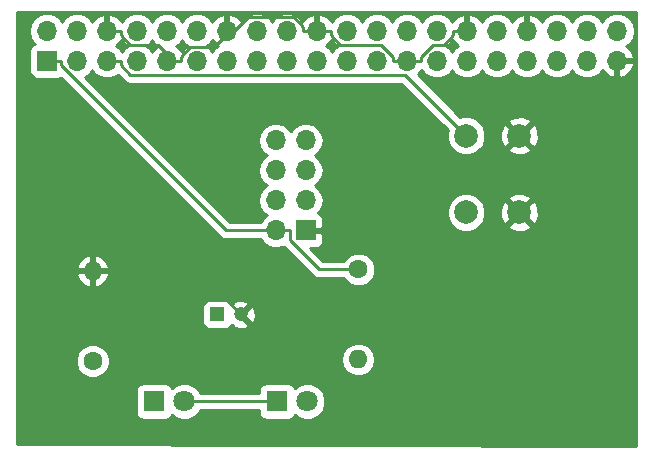
<source format=gtl>
G04 #@! TF.GenerationSoftware,KiCad,Pcbnew,5.0.2+dfsg1-1~bpo9+1*
G04 #@! TF.CreationDate,2020-08-17T13:34:05+01:00*
G04 #@! TF.ProjectId,nrf24l01-rpi,6e726632-346c-4303-912d-7270692e6b69,rev?*
G04 #@! TF.SameCoordinates,Original*
G04 #@! TF.FileFunction,Copper,L1,Top*
G04 #@! TF.FilePolarity,Positive*
%FSLAX46Y46*%
G04 Gerber Fmt 4.6, Leading zero omitted, Abs format (unit mm)*
G04 Created by KiCad (PCBNEW 5.0.2+dfsg1-1~bpo9+1) date Mon 17 Aug 2020 13:34:05 IST*
%MOMM*%
%LPD*%
G01*
G04 APERTURE LIST*
G04 #@! TA.AperFunction,ComponentPad*
%ADD10C,2.000000*%
G04 #@! TD*
G04 #@! TA.AperFunction,ComponentPad*
%ADD11R,1.200000X1.200000*%
G04 #@! TD*
G04 #@! TA.AperFunction,ComponentPad*
%ADD12C,1.200000*%
G04 #@! TD*
G04 #@! TA.AperFunction,ComponentPad*
%ADD13R,1.700000X1.700000*%
G04 #@! TD*
G04 #@! TA.AperFunction,ComponentPad*
%ADD14O,1.700000X1.700000*%
G04 #@! TD*
G04 #@! TA.AperFunction,ComponentPad*
%ADD15C,1.800000*%
G04 #@! TD*
G04 #@! TA.AperFunction,ComponentPad*
%ADD16R,1.800000X1.800000*%
G04 #@! TD*
G04 #@! TA.AperFunction,ComponentPad*
%ADD17O,1.600000X1.600000*%
G04 #@! TD*
G04 #@! TA.AperFunction,ComponentPad*
%ADD18C,1.600000*%
G04 #@! TD*
G04 #@! TA.AperFunction,Conductor*
%ADD19C,0.250000*%
G04 #@! TD*
G04 #@! TA.AperFunction,Conductor*
%ADD20C,0.254000*%
G04 #@! TD*
G04 APERTURE END LIST*
D10*
G04 #@! TO.P,SW1,2*
G04 #@! TO.N,GND*
X116006000Y-95504000D03*
G04 #@! TO.P,SW1,1*
G04 #@! TO.N,/GPIO3*
X111506000Y-95504000D03*
G04 #@! TO.P,SW1,2*
G04 #@! TO.N,GND*
X116006000Y-89004000D03*
G04 #@! TO.P,SW1,1*
G04 #@! TO.N,/GPIO3*
X111506000Y-89004000D03*
G04 #@! TD*
D11*
G04 #@! TO.P,C1,1*
G04 #@! TO.N,+3V3*
X90424000Y-104140000D03*
D12*
G04 #@! TO.P,C1,2*
G04 #@! TO.N,GND*
X92424000Y-104140000D03*
G04 #@! TD*
D13*
G04 #@! TO.P,J2,1*
G04 #@! TO.N,GND*
X97917000Y-97028000D03*
D14*
G04 #@! TO.P,J2,2*
G04 #@! TO.N,+3V3*
X95377000Y-97028000D03*
G04 #@! TO.P,J2,3*
G04 #@! TO.N,/SPI_1*
X97917000Y-94488000D03*
G04 #@! TO.P,J2,4*
G04 #@! TO.N,/SPI_0*
X95377000Y-94488000D03*
G04 #@! TO.P,J2,5*
G04 #@! TO.N,/SCLK*
X97917000Y-91948000D03*
G04 #@! TO.P,J2,6*
G04 #@! TO.N,/MOSI*
X95377000Y-91948000D03*
G04 #@! TO.P,J2,7*
G04 #@! TO.N,/MISO*
X97917000Y-89408000D03*
G04 #@! TO.P,J2,8*
G04 #@! TO.N,Net-(J2-Pad8)*
X95377000Y-89408000D03*
G04 #@! TD*
D13*
G04 #@! TO.P,J1,1*
G04 #@! TO.N,+3V3*
X76015600Y-82666900D03*
D14*
G04 #@! TO.P,J1,2*
G04 #@! TO.N,Net-(J1-Pad2)*
X76015600Y-80126900D03*
G04 #@! TO.P,J1,3*
G04 #@! TO.N,Net-(J1-Pad3)*
X78555600Y-82666900D03*
G04 #@! TO.P,J1,4*
G04 #@! TO.N,Net-(J1-Pad4)*
X78555600Y-80126900D03*
G04 #@! TO.P,J1,5*
G04 #@! TO.N,/GPIO3*
X81095600Y-82666900D03*
G04 #@! TO.P,J1,6*
G04 #@! TO.N,GND*
X81095600Y-80126900D03*
G04 #@! TO.P,J1,7*
G04 #@! TO.N,/GPIO4*
X83635600Y-82666900D03*
G04 #@! TO.P,J1,8*
G04 #@! TO.N,Net-(J1-Pad8)*
X83635600Y-80126900D03*
G04 #@! TO.P,J1,9*
G04 #@! TO.N,GND*
X86175600Y-82666900D03*
G04 #@! TO.P,J1,10*
G04 #@! TO.N,Net-(J1-Pad10)*
X86175600Y-80126900D03*
G04 #@! TO.P,J1,11*
G04 #@! TO.N,Net-(J1-Pad11)*
X88715600Y-82666900D03*
G04 #@! TO.P,J1,12*
G04 #@! TO.N,Net-(J1-Pad12)*
X88715600Y-80126900D03*
G04 #@! TO.P,J1,13*
G04 #@! TO.N,Net-(J1-Pad13)*
X91255600Y-82666900D03*
G04 #@! TO.P,J1,14*
G04 #@! TO.N,GND*
X91255600Y-80126900D03*
G04 #@! TO.P,J1,15*
G04 #@! TO.N,Net-(J1-Pad15)*
X93795600Y-82666900D03*
G04 #@! TO.P,J1,16*
G04 #@! TO.N,Net-(J1-Pad16)*
X93795600Y-80126900D03*
G04 #@! TO.P,J1,17*
G04 #@! TO.N,Net-(J1-Pad17)*
X96335600Y-82666900D03*
G04 #@! TO.P,J1,18*
G04 #@! TO.N,Net-(J1-Pad18)*
X96335600Y-80126900D03*
G04 #@! TO.P,J1,19*
G04 #@! TO.N,/MOSI*
X98875600Y-82666900D03*
G04 #@! TO.P,J1,20*
G04 #@! TO.N,GND*
X98875600Y-80126900D03*
G04 #@! TO.P,J1,21*
G04 #@! TO.N,/MISO*
X101415600Y-82666900D03*
G04 #@! TO.P,J1,22*
G04 #@! TO.N,Net-(J1-Pad22)*
X101415600Y-80126900D03*
G04 #@! TO.P,J1,23*
G04 #@! TO.N,/SCLK*
X103955600Y-82666900D03*
G04 #@! TO.P,J1,24*
G04 #@! TO.N,/SPI_0*
X103955600Y-80126900D03*
G04 #@! TO.P,J1,25*
G04 #@! TO.N,GND*
X106495600Y-82666900D03*
G04 #@! TO.P,J1,26*
G04 #@! TO.N,/SPI_1*
X106495600Y-80126900D03*
G04 #@! TO.P,J1,27*
G04 #@! TO.N,Net-(J1-Pad27)*
X109035600Y-82666900D03*
G04 #@! TO.P,J1,28*
G04 #@! TO.N,Net-(J1-Pad28)*
X109035600Y-80126900D03*
G04 #@! TO.P,J1,29*
G04 #@! TO.N,Net-(J1-Pad29)*
X111575600Y-82666900D03*
G04 #@! TO.P,J1,30*
G04 #@! TO.N,GND*
X111575600Y-80126900D03*
G04 #@! TO.P,J1,31*
G04 #@! TO.N,Net-(J1-Pad31)*
X114115600Y-82666900D03*
G04 #@! TO.P,J1,32*
G04 #@! TO.N,Net-(J1-Pad32)*
X114115600Y-80126900D03*
G04 #@! TO.P,J1,33*
G04 #@! TO.N,Net-(J1-Pad33)*
X116655600Y-82666900D03*
G04 #@! TO.P,J1,34*
G04 #@! TO.N,GND*
X116655600Y-80126900D03*
G04 #@! TO.P,J1,35*
G04 #@! TO.N,Net-(J1-Pad35)*
X119195600Y-82666900D03*
G04 #@! TO.P,J1,36*
G04 #@! TO.N,Net-(J1-Pad36)*
X119195600Y-80126900D03*
G04 #@! TO.P,J1,37*
G04 #@! TO.N,Net-(J1-Pad37)*
X121735600Y-82666900D03*
G04 #@! TO.P,J1,38*
G04 #@! TO.N,Net-(J1-Pad38)*
X121735600Y-80126900D03*
G04 #@! TO.P,J1,39*
G04 #@! TO.N,GND*
X124275600Y-82666900D03*
G04 #@! TO.P,J1,40*
G04 #@! TO.N,Net-(J1-Pad40)*
X124275600Y-80126900D03*
G04 #@! TD*
D15*
G04 #@! TO.P,D2,2*
G04 #@! TO.N,/GPIO4*
X87630000Y-111506000D03*
D16*
G04 #@! TO.P,D2,1*
G04 #@! TO.N,Net-(D2-Pad1)*
X85090000Y-111506000D03*
G04 #@! TD*
G04 #@! TO.P,D1,1*
G04 #@! TO.N,/GPIO4*
X95504000Y-111506000D03*
D15*
G04 #@! TO.P,D1,2*
G04 #@! TO.N,Net-(D1-Pad2)*
X98044000Y-111506000D03*
G04 #@! TD*
D17*
G04 #@! TO.P,R2,2*
G04 #@! TO.N,GND*
X79883000Y-100457000D03*
D18*
G04 #@! TO.P,R2,1*
G04 #@! TO.N,Net-(D2-Pad1)*
X79883000Y-108077000D03*
G04 #@! TD*
G04 #@! TO.P,R1,1*
G04 #@! TO.N,+3V3*
X102362000Y-100330000D03*
D17*
G04 #@! TO.P,R1,2*
G04 #@! TO.N,Net-(D1-Pad2)*
X102362000Y-107950000D03*
G04 #@! TD*
D19*
G04 #@! TO.N,+3V3*
X95377000Y-97028000D02*
X96552300Y-97028000D01*
X102362000Y-100330000D02*
X99046300Y-100330000D01*
X99046300Y-100330000D02*
X96552300Y-97836000D01*
X96552300Y-97836000D02*
X96552300Y-97028000D01*
X76015600Y-82666900D02*
X77190900Y-82666900D01*
X95377000Y-97028000D02*
X91184700Y-97028000D01*
X91184700Y-97028000D02*
X77190900Y-83034200D01*
X77190900Y-83034200D02*
X77190900Y-82666900D01*
G04 #@! TO.N,GND*
X98875600Y-80126900D02*
X100050900Y-80126900D01*
X106495600Y-82666900D02*
X105320300Y-82666900D01*
X105320300Y-82666900D02*
X105320300Y-82299500D01*
X105320300Y-82299500D02*
X104323000Y-81302200D01*
X104323000Y-81302200D02*
X100858800Y-81302200D01*
X100858800Y-81302200D02*
X100050900Y-80494300D01*
X100050900Y-80494300D02*
X100050900Y-80126900D01*
X107083300Y-82666900D02*
X106495600Y-82666900D01*
X107083300Y-82666900D02*
X107670900Y-82666900D01*
X111575600Y-80126900D02*
X110400300Y-80126900D01*
X107670900Y-82666900D02*
X107670900Y-82299500D01*
X107670900Y-82299500D02*
X108668200Y-81302200D01*
X108668200Y-81302200D02*
X109592400Y-81302200D01*
X109592400Y-81302200D02*
X110400300Y-80494300D01*
X110400300Y-80494300D02*
X110400300Y-80126900D01*
X81095600Y-80126900D02*
X82270900Y-80126900D01*
X86763300Y-82666900D02*
X85398600Y-81302200D01*
X85398600Y-81302200D02*
X83078800Y-81302200D01*
X83078800Y-81302200D02*
X82270900Y-80494300D01*
X82270900Y-80494300D02*
X82270900Y-80126900D01*
X86763300Y-82666900D02*
X87350900Y-82666900D01*
X86175600Y-82666900D02*
X86763300Y-82666900D01*
X91549500Y-80126900D02*
X90184800Y-81491600D01*
X90184800Y-81491600D02*
X88158800Y-81491600D01*
X88158800Y-81491600D02*
X87350900Y-82299500D01*
X87350900Y-82299500D02*
X87350900Y-82666900D01*
X91549500Y-80126900D02*
X91843300Y-80126900D01*
X91255600Y-80126900D02*
X91549500Y-80126900D01*
X98875600Y-80126900D02*
X97700300Y-80126900D01*
X97700300Y-80126900D02*
X97700300Y-79759600D01*
X97700300Y-79759600D02*
X96887000Y-78946300D01*
X96887000Y-78946300D02*
X93023900Y-78946300D01*
X93023900Y-78946300D02*
X91843300Y-80126900D01*
X79883000Y-100457000D02*
X88741000Y-100457000D01*
X88741000Y-100457000D02*
X92424000Y-104140000D01*
G04 #@! TO.N,/GPIO4*
X95504000Y-111506000D02*
X87630000Y-111506000D01*
G04 #@! TO.N,/GPIO3*
X81095600Y-82666900D02*
X82270900Y-82666900D01*
X82270900Y-82666900D02*
X82270900Y-83034300D01*
X82270900Y-83034300D02*
X83078800Y-83842200D01*
X83078800Y-83842200D02*
X106344200Y-83842200D01*
X106344200Y-83842200D02*
X111506000Y-89004000D01*
G04 #@! TD*
D20*
G04 #@! TO.N,GND*
G36*
X125909001Y-115239324D02*
X73481000Y-115115673D01*
X73481000Y-110606000D01*
X83542560Y-110606000D01*
X83542560Y-112406000D01*
X83591843Y-112653765D01*
X83732191Y-112863809D01*
X83942235Y-113004157D01*
X84190000Y-113053440D01*
X85990000Y-113053440D01*
X86237765Y-113004157D01*
X86447809Y-112863809D01*
X86588157Y-112653765D01*
X86591275Y-112638092D01*
X86760493Y-112807310D01*
X87324670Y-113041000D01*
X87935330Y-113041000D01*
X88499507Y-112807310D01*
X88931310Y-112375507D01*
X88976669Y-112266000D01*
X93956560Y-112266000D01*
X93956560Y-112406000D01*
X94005843Y-112653765D01*
X94146191Y-112863809D01*
X94356235Y-113004157D01*
X94604000Y-113053440D01*
X96404000Y-113053440D01*
X96651765Y-113004157D01*
X96861809Y-112863809D01*
X97002157Y-112653765D01*
X97005275Y-112638092D01*
X97174493Y-112807310D01*
X97738670Y-113041000D01*
X98349330Y-113041000D01*
X98913507Y-112807310D01*
X99345310Y-112375507D01*
X99579000Y-111811330D01*
X99579000Y-111200670D01*
X99345310Y-110636493D01*
X98913507Y-110204690D01*
X98349330Y-109971000D01*
X97738670Y-109971000D01*
X97174493Y-110204690D01*
X97005275Y-110373908D01*
X97002157Y-110358235D01*
X96861809Y-110148191D01*
X96651765Y-110007843D01*
X96404000Y-109958560D01*
X94604000Y-109958560D01*
X94356235Y-110007843D01*
X94146191Y-110148191D01*
X94005843Y-110358235D01*
X93956560Y-110606000D01*
X93956560Y-110746000D01*
X88976669Y-110746000D01*
X88931310Y-110636493D01*
X88499507Y-110204690D01*
X87935330Y-109971000D01*
X87324670Y-109971000D01*
X86760493Y-110204690D01*
X86591275Y-110373908D01*
X86588157Y-110358235D01*
X86447809Y-110148191D01*
X86237765Y-110007843D01*
X85990000Y-109958560D01*
X84190000Y-109958560D01*
X83942235Y-110007843D01*
X83732191Y-110148191D01*
X83591843Y-110358235D01*
X83542560Y-110606000D01*
X73481000Y-110606000D01*
X73481000Y-107791561D01*
X78448000Y-107791561D01*
X78448000Y-108362439D01*
X78666466Y-108889862D01*
X79070138Y-109293534D01*
X79597561Y-109512000D01*
X80168439Y-109512000D01*
X80695862Y-109293534D01*
X81099534Y-108889862D01*
X81318000Y-108362439D01*
X81318000Y-107950000D01*
X100898887Y-107950000D01*
X101010260Y-108509909D01*
X101327423Y-108984577D01*
X101802091Y-109301740D01*
X102220667Y-109385000D01*
X102503333Y-109385000D01*
X102921909Y-109301740D01*
X103396577Y-108984577D01*
X103713740Y-108509909D01*
X103825113Y-107950000D01*
X103713740Y-107390091D01*
X103396577Y-106915423D01*
X102921909Y-106598260D01*
X102503333Y-106515000D01*
X102220667Y-106515000D01*
X101802091Y-106598260D01*
X101327423Y-106915423D01*
X101010260Y-107390091D01*
X100898887Y-107950000D01*
X81318000Y-107950000D01*
X81318000Y-107791561D01*
X81099534Y-107264138D01*
X80695862Y-106860466D01*
X80168439Y-106642000D01*
X79597561Y-106642000D01*
X79070138Y-106860466D01*
X78666466Y-107264138D01*
X78448000Y-107791561D01*
X73481000Y-107791561D01*
X73481000Y-103540000D01*
X89176560Y-103540000D01*
X89176560Y-104740000D01*
X89225843Y-104987765D01*
X89366191Y-105197809D01*
X89576235Y-105338157D01*
X89824000Y-105387440D01*
X91024000Y-105387440D01*
X91271765Y-105338157D01*
X91481809Y-105197809D01*
X91571030Y-105064282D01*
X91625178Y-105118430D01*
X91740871Y-105002737D01*
X91790383Y-105228164D01*
X92255036Y-105387807D01*
X92745413Y-105357482D01*
X93057617Y-105228164D01*
X93107130Y-105002735D01*
X92424000Y-104319605D01*
X92409858Y-104333748D01*
X92230253Y-104154143D01*
X92244395Y-104140000D01*
X92603605Y-104140000D01*
X93286735Y-104823130D01*
X93512164Y-104773617D01*
X93671807Y-104308964D01*
X93641482Y-103818587D01*
X93512164Y-103506383D01*
X93286735Y-103456870D01*
X92603605Y-104140000D01*
X92244395Y-104140000D01*
X92230253Y-104125858D01*
X92409858Y-103946253D01*
X92424000Y-103960395D01*
X93107130Y-103277265D01*
X93057617Y-103051836D01*
X92592964Y-102892193D01*
X92102587Y-102922518D01*
X91790383Y-103051836D01*
X91740871Y-103277263D01*
X91625178Y-103161570D01*
X91571030Y-103215718D01*
X91481809Y-103082191D01*
X91271765Y-102941843D01*
X91024000Y-102892560D01*
X89824000Y-102892560D01*
X89576235Y-102941843D01*
X89366191Y-103082191D01*
X89225843Y-103292235D01*
X89176560Y-103540000D01*
X73481000Y-103540000D01*
X73481000Y-100806041D01*
X78491086Y-100806041D01*
X78730611Y-101312134D01*
X79145577Y-101688041D01*
X79533961Y-101848904D01*
X79756000Y-101726915D01*
X79756000Y-100584000D01*
X80010000Y-100584000D01*
X80010000Y-101726915D01*
X80232039Y-101848904D01*
X80620423Y-101688041D01*
X81035389Y-101312134D01*
X81274914Y-100806041D01*
X81153629Y-100584000D01*
X80010000Y-100584000D01*
X79756000Y-100584000D01*
X78612371Y-100584000D01*
X78491086Y-100806041D01*
X73481000Y-100806041D01*
X73481000Y-100107959D01*
X78491086Y-100107959D01*
X78612371Y-100330000D01*
X79756000Y-100330000D01*
X79756000Y-99187085D01*
X80010000Y-99187085D01*
X80010000Y-100330000D01*
X81153629Y-100330000D01*
X81274914Y-100107959D01*
X81035389Y-99601866D01*
X80620423Y-99225959D01*
X80232039Y-99065096D01*
X80010000Y-99187085D01*
X79756000Y-99187085D01*
X79533961Y-99065096D01*
X79145577Y-99225959D01*
X78730611Y-99601866D01*
X78491086Y-100107959D01*
X73481000Y-100107959D01*
X73481000Y-80126900D01*
X74501508Y-80126900D01*
X74616761Y-80706318D01*
X74944975Y-81197525D01*
X74963219Y-81209716D01*
X74917835Y-81218743D01*
X74707791Y-81359091D01*
X74567443Y-81569135D01*
X74518160Y-81816900D01*
X74518160Y-83516900D01*
X74567443Y-83764665D01*
X74707791Y-83974709D01*
X74917835Y-84115057D01*
X75165600Y-84164340D01*
X76865600Y-84164340D01*
X77113365Y-84115057D01*
X77163474Y-84081575D01*
X90594371Y-97512473D01*
X90636771Y-97575929D01*
X90700227Y-97618329D01*
X90888162Y-97743904D01*
X90936305Y-97753480D01*
X91109848Y-97788000D01*
X91109852Y-97788000D01*
X91184700Y-97802888D01*
X91259548Y-97788000D01*
X94098822Y-97788000D01*
X94306375Y-98098625D01*
X94797582Y-98426839D01*
X95230744Y-98513000D01*
X95523256Y-98513000D01*
X95956418Y-98426839D01*
X96012504Y-98389363D01*
X96067830Y-98426331D01*
X98455971Y-100814473D01*
X98498371Y-100877929D01*
X98749763Y-101045904D01*
X98971448Y-101090000D01*
X98971452Y-101090000D01*
X99046300Y-101104888D01*
X99121148Y-101090000D01*
X101123570Y-101090000D01*
X101145466Y-101142862D01*
X101549138Y-101546534D01*
X102076561Y-101765000D01*
X102647439Y-101765000D01*
X103174862Y-101546534D01*
X103578534Y-101142862D01*
X103797000Y-100615439D01*
X103797000Y-100044561D01*
X103578534Y-99517138D01*
X103174862Y-99113466D01*
X102647439Y-98895000D01*
X102076561Y-98895000D01*
X101549138Y-99113466D01*
X101145466Y-99517138D01*
X101123570Y-99570000D01*
X99361102Y-99570000D01*
X98304101Y-98513000D01*
X98893309Y-98513000D01*
X99126698Y-98416327D01*
X99305327Y-98237699D01*
X99402000Y-98004310D01*
X99402000Y-97313750D01*
X99243250Y-97155000D01*
X98044000Y-97155000D01*
X98044000Y-97175000D01*
X97790000Y-97175000D01*
X97790000Y-97155000D01*
X97770000Y-97155000D01*
X97770000Y-96901000D01*
X97790000Y-96901000D01*
X97790000Y-96881000D01*
X98044000Y-96881000D01*
X98044000Y-96901000D01*
X99243250Y-96901000D01*
X99402000Y-96742250D01*
X99402000Y-96051690D01*
X99305327Y-95818301D01*
X99126698Y-95639673D01*
X98965967Y-95573096D01*
X98987625Y-95558625D01*
X99241430Y-95178778D01*
X109871000Y-95178778D01*
X109871000Y-95829222D01*
X110119914Y-96430153D01*
X110579847Y-96890086D01*
X111180778Y-97139000D01*
X111831222Y-97139000D01*
X112432153Y-96890086D01*
X112665707Y-96656532D01*
X115033073Y-96656532D01*
X115131736Y-96923387D01*
X115741461Y-97149908D01*
X116391460Y-97125856D01*
X116880264Y-96923387D01*
X116978927Y-96656532D01*
X116006000Y-95683605D01*
X115033073Y-96656532D01*
X112665707Y-96656532D01*
X112892086Y-96430153D01*
X113141000Y-95829222D01*
X113141000Y-95239461D01*
X114360092Y-95239461D01*
X114384144Y-95889460D01*
X114586613Y-96378264D01*
X114853468Y-96476927D01*
X115826395Y-95504000D01*
X116185605Y-95504000D01*
X117158532Y-96476927D01*
X117425387Y-96378264D01*
X117651908Y-95768539D01*
X117627856Y-95118540D01*
X117425387Y-94629736D01*
X117158532Y-94531073D01*
X116185605Y-95504000D01*
X115826395Y-95504000D01*
X114853468Y-94531073D01*
X114586613Y-94629736D01*
X114360092Y-95239461D01*
X113141000Y-95239461D01*
X113141000Y-95178778D01*
X112892086Y-94577847D01*
X112665707Y-94351468D01*
X115033073Y-94351468D01*
X116006000Y-95324395D01*
X116978927Y-94351468D01*
X116880264Y-94084613D01*
X116270539Y-93858092D01*
X115620540Y-93882144D01*
X115131736Y-94084613D01*
X115033073Y-94351468D01*
X112665707Y-94351468D01*
X112432153Y-94117914D01*
X111831222Y-93869000D01*
X111180778Y-93869000D01*
X110579847Y-94117914D01*
X110119914Y-94577847D01*
X109871000Y-95178778D01*
X99241430Y-95178778D01*
X99315839Y-95067418D01*
X99431092Y-94488000D01*
X99315839Y-93908582D01*
X98987625Y-93417375D01*
X98689239Y-93218000D01*
X98987625Y-93018625D01*
X99315839Y-92527418D01*
X99431092Y-91948000D01*
X99315839Y-91368582D01*
X98987625Y-90877375D01*
X98689239Y-90678000D01*
X98987625Y-90478625D01*
X99315839Y-89987418D01*
X99431092Y-89408000D01*
X99315839Y-88828582D01*
X98987625Y-88337375D01*
X98496418Y-88009161D01*
X98063256Y-87923000D01*
X97770744Y-87923000D01*
X97337582Y-88009161D01*
X96846375Y-88337375D01*
X96647000Y-88635761D01*
X96447625Y-88337375D01*
X95956418Y-88009161D01*
X95523256Y-87923000D01*
X95230744Y-87923000D01*
X94797582Y-88009161D01*
X94306375Y-88337375D01*
X93978161Y-88828582D01*
X93862908Y-89408000D01*
X93978161Y-89987418D01*
X94306375Y-90478625D01*
X94604761Y-90678000D01*
X94306375Y-90877375D01*
X93978161Y-91368582D01*
X93862908Y-91948000D01*
X93978161Y-92527418D01*
X94306375Y-93018625D01*
X94604761Y-93218000D01*
X94306375Y-93417375D01*
X93978161Y-93908582D01*
X93862908Y-94488000D01*
X93978161Y-95067418D01*
X94306375Y-95558625D01*
X94604761Y-95758000D01*
X94306375Y-95957375D01*
X94098822Y-96268000D01*
X91499502Y-96268000D01*
X79232263Y-84000762D01*
X79626225Y-83737525D01*
X79825600Y-83439139D01*
X80024975Y-83737525D01*
X80516182Y-84065739D01*
X80949344Y-84151900D01*
X81241856Y-84151900D01*
X81675018Y-84065739D01*
X82006229Y-83844431D01*
X82488470Y-84326672D01*
X82530871Y-84390129D01*
X82782263Y-84558104D01*
X83003948Y-84602200D01*
X83003952Y-84602200D01*
X83078799Y-84617088D01*
X83153646Y-84602200D01*
X106029399Y-84602200D01*
X109939823Y-88512625D01*
X109871000Y-88678778D01*
X109871000Y-89329222D01*
X110119914Y-89930153D01*
X110579847Y-90390086D01*
X111180778Y-90639000D01*
X111831222Y-90639000D01*
X112432153Y-90390086D01*
X112665707Y-90156532D01*
X115033073Y-90156532D01*
X115131736Y-90423387D01*
X115741461Y-90649908D01*
X116391460Y-90625856D01*
X116880264Y-90423387D01*
X116978927Y-90156532D01*
X116006000Y-89183605D01*
X115033073Y-90156532D01*
X112665707Y-90156532D01*
X112892086Y-89930153D01*
X113141000Y-89329222D01*
X113141000Y-88739461D01*
X114360092Y-88739461D01*
X114384144Y-89389460D01*
X114586613Y-89878264D01*
X114853468Y-89976927D01*
X115826395Y-89004000D01*
X116185605Y-89004000D01*
X117158532Y-89976927D01*
X117425387Y-89878264D01*
X117651908Y-89268539D01*
X117627856Y-88618540D01*
X117425387Y-88129736D01*
X117158532Y-88031073D01*
X116185605Y-89004000D01*
X115826395Y-89004000D01*
X114853468Y-88031073D01*
X114586613Y-88129736D01*
X114360092Y-88739461D01*
X113141000Y-88739461D01*
X113141000Y-88678778D01*
X112892086Y-88077847D01*
X112665707Y-87851468D01*
X115033073Y-87851468D01*
X116006000Y-88824395D01*
X116978927Y-87851468D01*
X116880264Y-87584613D01*
X116270539Y-87358092D01*
X115620540Y-87382144D01*
X115131736Y-87584613D01*
X115033073Y-87851468D01*
X112665707Y-87851468D01*
X112432153Y-87617914D01*
X111831222Y-87369000D01*
X111180778Y-87369000D01*
X111014625Y-87437823D01*
X107394799Y-83817998D01*
X107690783Y-83548258D01*
X107751757Y-83418422D01*
X107964975Y-83737525D01*
X108456182Y-84065739D01*
X108889344Y-84151900D01*
X109181856Y-84151900D01*
X109615018Y-84065739D01*
X110106225Y-83737525D01*
X110305600Y-83439139D01*
X110504975Y-83737525D01*
X110996182Y-84065739D01*
X111429344Y-84151900D01*
X111721856Y-84151900D01*
X112155018Y-84065739D01*
X112646225Y-83737525D01*
X112845600Y-83439139D01*
X113044975Y-83737525D01*
X113536182Y-84065739D01*
X113969344Y-84151900D01*
X114261856Y-84151900D01*
X114695018Y-84065739D01*
X115186225Y-83737525D01*
X115385600Y-83439139D01*
X115584975Y-83737525D01*
X116076182Y-84065739D01*
X116509344Y-84151900D01*
X116801856Y-84151900D01*
X117235018Y-84065739D01*
X117726225Y-83737525D01*
X117925600Y-83439139D01*
X118124975Y-83737525D01*
X118616182Y-84065739D01*
X119049344Y-84151900D01*
X119341856Y-84151900D01*
X119775018Y-84065739D01*
X120266225Y-83737525D01*
X120465600Y-83439139D01*
X120664975Y-83737525D01*
X121156182Y-84065739D01*
X121589344Y-84151900D01*
X121881856Y-84151900D01*
X122315018Y-84065739D01*
X122806225Y-83737525D01*
X123019443Y-83418422D01*
X123080417Y-83548258D01*
X123508676Y-83938545D01*
X123918710Y-84108376D01*
X124148600Y-83987055D01*
X124148600Y-82793900D01*
X124402600Y-82793900D01*
X124402600Y-83987055D01*
X124632490Y-84108376D01*
X125042524Y-83938545D01*
X125470783Y-83548258D01*
X125717086Y-83023792D01*
X125596419Y-82793900D01*
X124402600Y-82793900D01*
X124148600Y-82793900D01*
X124128600Y-82793900D01*
X124128600Y-82539900D01*
X124148600Y-82539900D01*
X124148600Y-82519900D01*
X124402600Y-82519900D01*
X124402600Y-82539900D01*
X125596419Y-82539900D01*
X125717086Y-82310008D01*
X125470783Y-81785542D01*
X125045814Y-81398253D01*
X125346225Y-81197525D01*
X125674439Y-80706318D01*
X125789692Y-80126900D01*
X125674439Y-79547482D01*
X125346225Y-79056275D01*
X124855018Y-78728061D01*
X124421856Y-78641900D01*
X124129344Y-78641900D01*
X123696182Y-78728061D01*
X123204975Y-79056275D01*
X123005600Y-79354661D01*
X122806225Y-79056275D01*
X122315018Y-78728061D01*
X121881856Y-78641900D01*
X121589344Y-78641900D01*
X121156182Y-78728061D01*
X120664975Y-79056275D01*
X120465600Y-79354661D01*
X120266225Y-79056275D01*
X119775018Y-78728061D01*
X119341856Y-78641900D01*
X119049344Y-78641900D01*
X118616182Y-78728061D01*
X118124975Y-79056275D01*
X117911757Y-79375378D01*
X117850783Y-79245542D01*
X117422524Y-78855255D01*
X117012490Y-78685424D01*
X116782600Y-78806745D01*
X116782600Y-79999900D01*
X116802600Y-79999900D01*
X116802600Y-80253900D01*
X116782600Y-80253900D01*
X116782600Y-80273900D01*
X116528600Y-80273900D01*
X116528600Y-80253900D01*
X116508600Y-80253900D01*
X116508600Y-79999900D01*
X116528600Y-79999900D01*
X116528600Y-78806745D01*
X116298710Y-78685424D01*
X115888676Y-78855255D01*
X115460417Y-79245542D01*
X115399443Y-79375378D01*
X115186225Y-79056275D01*
X114695018Y-78728061D01*
X114261856Y-78641900D01*
X113969344Y-78641900D01*
X113536182Y-78728061D01*
X113044975Y-79056275D01*
X112831757Y-79375378D01*
X112770783Y-79245542D01*
X112342524Y-78855255D01*
X111932490Y-78685424D01*
X111702600Y-78806745D01*
X111702600Y-79999900D01*
X111722600Y-79999900D01*
X111722600Y-80253900D01*
X111702600Y-80253900D01*
X111702600Y-80273900D01*
X111448600Y-80273900D01*
X111448600Y-80253900D01*
X111428600Y-80253900D01*
X111428600Y-79999900D01*
X111448600Y-79999900D01*
X111448600Y-78806745D01*
X111218710Y-78685424D01*
X110808676Y-78855255D01*
X110380417Y-79245542D01*
X110319443Y-79375378D01*
X110106225Y-79056275D01*
X109615018Y-78728061D01*
X109181856Y-78641900D01*
X108889344Y-78641900D01*
X108456182Y-78728061D01*
X107964975Y-79056275D01*
X107765600Y-79354661D01*
X107566225Y-79056275D01*
X107075018Y-78728061D01*
X106641856Y-78641900D01*
X106349344Y-78641900D01*
X105916182Y-78728061D01*
X105424975Y-79056275D01*
X105225600Y-79354661D01*
X105026225Y-79056275D01*
X104535018Y-78728061D01*
X104101856Y-78641900D01*
X103809344Y-78641900D01*
X103376182Y-78728061D01*
X102884975Y-79056275D01*
X102685600Y-79354661D01*
X102486225Y-79056275D01*
X101995018Y-78728061D01*
X101561856Y-78641900D01*
X101269344Y-78641900D01*
X100836182Y-78728061D01*
X100344975Y-79056275D01*
X100131757Y-79375378D01*
X100070783Y-79245542D01*
X99642524Y-78855255D01*
X99232490Y-78685424D01*
X99002600Y-78806745D01*
X99002600Y-79999900D01*
X99022600Y-79999900D01*
X99022600Y-80253900D01*
X99002600Y-80253900D01*
X99002600Y-80273900D01*
X98748600Y-80273900D01*
X98748600Y-80253900D01*
X98728600Y-80253900D01*
X98728600Y-79999900D01*
X98748600Y-79999900D01*
X98748600Y-78806745D01*
X98518710Y-78685424D01*
X98108676Y-78855255D01*
X97680417Y-79245542D01*
X97619443Y-79375378D01*
X97406225Y-79056275D01*
X96915018Y-78728061D01*
X96481856Y-78641900D01*
X96189344Y-78641900D01*
X95756182Y-78728061D01*
X95264975Y-79056275D01*
X95065600Y-79354661D01*
X94866225Y-79056275D01*
X94375018Y-78728061D01*
X93941856Y-78641900D01*
X93649344Y-78641900D01*
X93216182Y-78728061D01*
X92724975Y-79056275D01*
X92511757Y-79375378D01*
X92450783Y-79245542D01*
X92022524Y-78855255D01*
X91612490Y-78685424D01*
X91382600Y-78806745D01*
X91382600Y-79999900D01*
X91402600Y-79999900D01*
X91402600Y-80253900D01*
X91382600Y-80253900D01*
X91382600Y-80273900D01*
X91128600Y-80273900D01*
X91128600Y-80253900D01*
X91108600Y-80253900D01*
X91108600Y-79999900D01*
X91128600Y-79999900D01*
X91128600Y-78806745D01*
X90898710Y-78685424D01*
X90488676Y-78855255D01*
X90060417Y-79245542D01*
X89999443Y-79375378D01*
X89786225Y-79056275D01*
X89295018Y-78728061D01*
X88861856Y-78641900D01*
X88569344Y-78641900D01*
X88136182Y-78728061D01*
X87644975Y-79056275D01*
X87445600Y-79354661D01*
X87246225Y-79056275D01*
X86755018Y-78728061D01*
X86321856Y-78641900D01*
X86029344Y-78641900D01*
X85596182Y-78728061D01*
X85104975Y-79056275D01*
X84905600Y-79354661D01*
X84706225Y-79056275D01*
X84215018Y-78728061D01*
X83781856Y-78641900D01*
X83489344Y-78641900D01*
X83056182Y-78728061D01*
X82564975Y-79056275D01*
X82351757Y-79375378D01*
X82290783Y-79245542D01*
X81862524Y-78855255D01*
X81452490Y-78685424D01*
X81222600Y-78806745D01*
X81222600Y-79999900D01*
X81242600Y-79999900D01*
X81242600Y-80253900D01*
X81222600Y-80253900D01*
X81222600Y-80273900D01*
X80968600Y-80273900D01*
X80968600Y-80253900D01*
X80948600Y-80253900D01*
X80948600Y-79999900D01*
X80968600Y-79999900D01*
X80968600Y-78806745D01*
X80738710Y-78685424D01*
X80328676Y-78855255D01*
X79900417Y-79245542D01*
X79839443Y-79375378D01*
X79626225Y-79056275D01*
X79135018Y-78728061D01*
X78701856Y-78641900D01*
X78409344Y-78641900D01*
X77976182Y-78728061D01*
X77484975Y-79056275D01*
X77285600Y-79354661D01*
X77086225Y-79056275D01*
X76595018Y-78728061D01*
X76161856Y-78641900D01*
X75869344Y-78641900D01*
X75436182Y-78728061D01*
X74944975Y-79056275D01*
X74616761Y-79547482D01*
X74501508Y-80126900D01*
X73481000Y-80126900D01*
X73481000Y-78561000D01*
X125909000Y-78561000D01*
X125909001Y-115239324D01*
X125909001Y-115239324D01*
G37*
X125909001Y-115239324D02*
X73481000Y-115115673D01*
X73481000Y-110606000D01*
X83542560Y-110606000D01*
X83542560Y-112406000D01*
X83591843Y-112653765D01*
X83732191Y-112863809D01*
X83942235Y-113004157D01*
X84190000Y-113053440D01*
X85990000Y-113053440D01*
X86237765Y-113004157D01*
X86447809Y-112863809D01*
X86588157Y-112653765D01*
X86591275Y-112638092D01*
X86760493Y-112807310D01*
X87324670Y-113041000D01*
X87935330Y-113041000D01*
X88499507Y-112807310D01*
X88931310Y-112375507D01*
X88976669Y-112266000D01*
X93956560Y-112266000D01*
X93956560Y-112406000D01*
X94005843Y-112653765D01*
X94146191Y-112863809D01*
X94356235Y-113004157D01*
X94604000Y-113053440D01*
X96404000Y-113053440D01*
X96651765Y-113004157D01*
X96861809Y-112863809D01*
X97002157Y-112653765D01*
X97005275Y-112638092D01*
X97174493Y-112807310D01*
X97738670Y-113041000D01*
X98349330Y-113041000D01*
X98913507Y-112807310D01*
X99345310Y-112375507D01*
X99579000Y-111811330D01*
X99579000Y-111200670D01*
X99345310Y-110636493D01*
X98913507Y-110204690D01*
X98349330Y-109971000D01*
X97738670Y-109971000D01*
X97174493Y-110204690D01*
X97005275Y-110373908D01*
X97002157Y-110358235D01*
X96861809Y-110148191D01*
X96651765Y-110007843D01*
X96404000Y-109958560D01*
X94604000Y-109958560D01*
X94356235Y-110007843D01*
X94146191Y-110148191D01*
X94005843Y-110358235D01*
X93956560Y-110606000D01*
X93956560Y-110746000D01*
X88976669Y-110746000D01*
X88931310Y-110636493D01*
X88499507Y-110204690D01*
X87935330Y-109971000D01*
X87324670Y-109971000D01*
X86760493Y-110204690D01*
X86591275Y-110373908D01*
X86588157Y-110358235D01*
X86447809Y-110148191D01*
X86237765Y-110007843D01*
X85990000Y-109958560D01*
X84190000Y-109958560D01*
X83942235Y-110007843D01*
X83732191Y-110148191D01*
X83591843Y-110358235D01*
X83542560Y-110606000D01*
X73481000Y-110606000D01*
X73481000Y-107791561D01*
X78448000Y-107791561D01*
X78448000Y-108362439D01*
X78666466Y-108889862D01*
X79070138Y-109293534D01*
X79597561Y-109512000D01*
X80168439Y-109512000D01*
X80695862Y-109293534D01*
X81099534Y-108889862D01*
X81318000Y-108362439D01*
X81318000Y-107950000D01*
X100898887Y-107950000D01*
X101010260Y-108509909D01*
X101327423Y-108984577D01*
X101802091Y-109301740D01*
X102220667Y-109385000D01*
X102503333Y-109385000D01*
X102921909Y-109301740D01*
X103396577Y-108984577D01*
X103713740Y-108509909D01*
X103825113Y-107950000D01*
X103713740Y-107390091D01*
X103396577Y-106915423D01*
X102921909Y-106598260D01*
X102503333Y-106515000D01*
X102220667Y-106515000D01*
X101802091Y-106598260D01*
X101327423Y-106915423D01*
X101010260Y-107390091D01*
X100898887Y-107950000D01*
X81318000Y-107950000D01*
X81318000Y-107791561D01*
X81099534Y-107264138D01*
X80695862Y-106860466D01*
X80168439Y-106642000D01*
X79597561Y-106642000D01*
X79070138Y-106860466D01*
X78666466Y-107264138D01*
X78448000Y-107791561D01*
X73481000Y-107791561D01*
X73481000Y-103540000D01*
X89176560Y-103540000D01*
X89176560Y-104740000D01*
X89225843Y-104987765D01*
X89366191Y-105197809D01*
X89576235Y-105338157D01*
X89824000Y-105387440D01*
X91024000Y-105387440D01*
X91271765Y-105338157D01*
X91481809Y-105197809D01*
X91571030Y-105064282D01*
X91625178Y-105118430D01*
X91740871Y-105002737D01*
X91790383Y-105228164D01*
X92255036Y-105387807D01*
X92745413Y-105357482D01*
X93057617Y-105228164D01*
X93107130Y-105002735D01*
X92424000Y-104319605D01*
X92409858Y-104333748D01*
X92230253Y-104154143D01*
X92244395Y-104140000D01*
X92603605Y-104140000D01*
X93286735Y-104823130D01*
X93512164Y-104773617D01*
X93671807Y-104308964D01*
X93641482Y-103818587D01*
X93512164Y-103506383D01*
X93286735Y-103456870D01*
X92603605Y-104140000D01*
X92244395Y-104140000D01*
X92230253Y-104125858D01*
X92409858Y-103946253D01*
X92424000Y-103960395D01*
X93107130Y-103277265D01*
X93057617Y-103051836D01*
X92592964Y-102892193D01*
X92102587Y-102922518D01*
X91790383Y-103051836D01*
X91740871Y-103277263D01*
X91625178Y-103161570D01*
X91571030Y-103215718D01*
X91481809Y-103082191D01*
X91271765Y-102941843D01*
X91024000Y-102892560D01*
X89824000Y-102892560D01*
X89576235Y-102941843D01*
X89366191Y-103082191D01*
X89225843Y-103292235D01*
X89176560Y-103540000D01*
X73481000Y-103540000D01*
X73481000Y-100806041D01*
X78491086Y-100806041D01*
X78730611Y-101312134D01*
X79145577Y-101688041D01*
X79533961Y-101848904D01*
X79756000Y-101726915D01*
X79756000Y-100584000D01*
X80010000Y-100584000D01*
X80010000Y-101726915D01*
X80232039Y-101848904D01*
X80620423Y-101688041D01*
X81035389Y-101312134D01*
X81274914Y-100806041D01*
X81153629Y-100584000D01*
X80010000Y-100584000D01*
X79756000Y-100584000D01*
X78612371Y-100584000D01*
X78491086Y-100806041D01*
X73481000Y-100806041D01*
X73481000Y-100107959D01*
X78491086Y-100107959D01*
X78612371Y-100330000D01*
X79756000Y-100330000D01*
X79756000Y-99187085D01*
X80010000Y-99187085D01*
X80010000Y-100330000D01*
X81153629Y-100330000D01*
X81274914Y-100107959D01*
X81035389Y-99601866D01*
X80620423Y-99225959D01*
X80232039Y-99065096D01*
X80010000Y-99187085D01*
X79756000Y-99187085D01*
X79533961Y-99065096D01*
X79145577Y-99225959D01*
X78730611Y-99601866D01*
X78491086Y-100107959D01*
X73481000Y-100107959D01*
X73481000Y-80126900D01*
X74501508Y-80126900D01*
X74616761Y-80706318D01*
X74944975Y-81197525D01*
X74963219Y-81209716D01*
X74917835Y-81218743D01*
X74707791Y-81359091D01*
X74567443Y-81569135D01*
X74518160Y-81816900D01*
X74518160Y-83516900D01*
X74567443Y-83764665D01*
X74707791Y-83974709D01*
X74917835Y-84115057D01*
X75165600Y-84164340D01*
X76865600Y-84164340D01*
X77113365Y-84115057D01*
X77163474Y-84081575D01*
X90594371Y-97512473D01*
X90636771Y-97575929D01*
X90700227Y-97618329D01*
X90888162Y-97743904D01*
X90936305Y-97753480D01*
X91109848Y-97788000D01*
X91109852Y-97788000D01*
X91184700Y-97802888D01*
X91259548Y-97788000D01*
X94098822Y-97788000D01*
X94306375Y-98098625D01*
X94797582Y-98426839D01*
X95230744Y-98513000D01*
X95523256Y-98513000D01*
X95956418Y-98426839D01*
X96012504Y-98389363D01*
X96067830Y-98426331D01*
X98455971Y-100814473D01*
X98498371Y-100877929D01*
X98749763Y-101045904D01*
X98971448Y-101090000D01*
X98971452Y-101090000D01*
X99046300Y-101104888D01*
X99121148Y-101090000D01*
X101123570Y-101090000D01*
X101145466Y-101142862D01*
X101549138Y-101546534D01*
X102076561Y-101765000D01*
X102647439Y-101765000D01*
X103174862Y-101546534D01*
X103578534Y-101142862D01*
X103797000Y-100615439D01*
X103797000Y-100044561D01*
X103578534Y-99517138D01*
X103174862Y-99113466D01*
X102647439Y-98895000D01*
X102076561Y-98895000D01*
X101549138Y-99113466D01*
X101145466Y-99517138D01*
X101123570Y-99570000D01*
X99361102Y-99570000D01*
X98304101Y-98513000D01*
X98893309Y-98513000D01*
X99126698Y-98416327D01*
X99305327Y-98237699D01*
X99402000Y-98004310D01*
X99402000Y-97313750D01*
X99243250Y-97155000D01*
X98044000Y-97155000D01*
X98044000Y-97175000D01*
X97790000Y-97175000D01*
X97790000Y-97155000D01*
X97770000Y-97155000D01*
X97770000Y-96901000D01*
X97790000Y-96901000D01*
X97790000Y-96881000D01*
X98044000Y-96881000D01*
X98044000Y-96901000D01*
X99243250Y-96901000D01*
X99402000Y-96742250D01*
X99402000Y-96051690D01*
X99305327Y-95818301D01*
X99126698Y-95639673D01*
X98965967Y-95573096D01*
X98987625Y-95558625D01*
X99241430Y-95178778D01*
X109871000Y-95178778D01*
X109871000Y-95829222D01*
X110119914Y-96430153D01*
X110579847Y-96890086D01*
X111180778Y-97139000D01*
X111831222Y-97139000D01*
X112432153Y-96890086D01*
X112665707Y-96656532D01*
X115033073Y-96656532D01*
X115131736Y-96923387D01*
X115741461Y-97149908D01*
X116391460Y-97125856D01*
X116880264Y-96923387D01*
X116978927Y-96656532D01*
X116006000Y-95683605D01*
X115033073Y-96656532D01*
X112665707Y-96656532D01*
X112892086Y-96430153D01*
X113141000Y-95829222D01*
X113141000Y-95239461D01*
X114360092Y-95239461D01*
X114384144Y-95889460D01*
X114586613Y-96378264D01*
X114853468Y-96476927D01*
X115826395Y-95504000D01*
X116185605Y-95504000D01*
X117158532Y-96476927D01*
X117425387Y-96378264D01*
X117651908Y-95768539D01*
X117627856Y-95118540D01*
X117425387Y-94629736D01*
X117158532Y-94531073D01*
X116185605Y-95504000D01*
X115826395Y-95504000D01*
X114853468Y-94531073D01*
X114586613Y-94629736D01*
X114360092Y-95239461D01*
X113141000Y-95239461D01*
X113141000Y-95178778D01*
X112892086Y-94577847D01*
X112665707Y-94351468D01*
X115033073Y-94351468D01*
X116006000Y-95324395D01*
X116978927Y-94351468D01*
X116880264Y-94084613D01*
X116270539Y-93858092D01*
X115620540Y-93882144D01*
X115131736Y-94084613D01*
X115033073Y-94351468D01*
X112665707Y-94351468D01*
X112432153Y-94117914D01*
X111831222Y-93869000D01*
X111180778Y-93869000D01*
X110579847Y-94117914D01*
X110119914Y-94577847D01*
X109871000Y-95178778D01*
X99241430Y-95178778D01*
X99315839Y-95067418D01*
X99431092Y-94488000D01*
X99315839Y-93908582D01*
X98987625Y-93417375D01*
X98689239Y-93218000D01*
X98987625Y-93018625D01*
X99315839Y-92527418D01*
X99431092Y-91948000D01*
X99315839Y-91368582D01*
X98987625Y-90877375D01*
X98689239Y-90678000D01*
X98987625Y-90478625D01*
X99315839Y-89987418D01*
X99431092Y-89408000D01*
X99315839Y-88828582D01*
X98987625Y-88337375D01*
X98496418Y-88009161D01*
X98063256Y-87923000D01*
X97770744Y-87923000D01*
X97337582Y-88009161D01*
X96846375Y-88337375D01*
X96647000Y-88635761D01*
X96447625Y-88337375D01*
X95956418Y-88009161D01*
X95523256Y-87923000D01*
X95230744Y-87923000D01*
X94797582Y-88009161D01*
X94306375Y-88337375D01*
X93978161Y-88828582D01*
X93862908Y-89408000D01*
X93978161Y-89987418D01*
X94306375Y-90478625D01*
X94604761Y-90678000D01*
X94306375Y-90877375D01*
X93978161Y-91368582D01*
X93862908Y-91948000D01*
X93978161Y-92527418D01*
X94306375Y-93018625D01*
X94604761Y-93218000D01*
X94306375Y-93417375D01*
X93978161Y-93908582D01*
X93862908Y-94488000D01*
X93978161Y-95067418D01*
X94306375Y-95558625D01*
X94604761Y-95758000D01*
X94306375Y-95957375D01*
X94098822Y-96268000D01*
X91499502Y-96268000D01*
X79232263Y-84000762D01*
X79626225Y-83737525D01*
X79825600Y-83439139D01*
X80024975Y-83737525D01*
X80516182Y-84065739D01*
X80949344Y-84151900D01*
X81241856Y-84151900D01*
X81675018Y-84065739D01*
X82006229Y-83844431D01*
X82488470Y-84326672D01*
X82530871Y-84390129D01*
X82782263Y-84558104D01*
X83003948Y-84602200D01*
X83003952Y-84602200D01*
X83078799Y-84617088D01*
X83153646Y-84602200D01*
X106029399Y-84602200D01*
X109939823Y-88512625D01*
X109871000Y-88678778D01*
X109871000Y-89329222D01*
X110119914Y-89930153D01*
X110579847Y-90390086D01*
X111180778Y-90639000D01*
X111831222Y-90639000D01*
X112432153Y-90390086D01*
X112665707Y-90156532D01*
X115033073Y-90156532D01*
X115131736Y-90423387D01*
X115741461Y-90649908D01*
X116391460Y-90625856D01*
X116880264Y-90423387D01*
X116978927Y-90156532D01*
X116006000Y-89183605D01*
X115033073Y-90156532D01*
X112665707Y-90156532D01*
X112892086Y-89930153D01*
X113141000Y-89329222D01*
X113141000Y-88739461D01*
X114360092Y-88739461D01*
X114384144Y-89389460D01*
X114586613Y-89878264D01*
X114853468Y-89976927D01*
X115826395Y-89004000D01*
X116185605Y-89004000D01*
X117158532Y-89976927D01*
X117425387Y-89878264D01*
X117651908Y-89268539D01*
X117627856Y-88618540D01*
X117425387Y-88129736D01*
X117158532Y-88031073D01*
X116185605Y-89004000D01*
X115826395Y-89004000D01*
X114853468Y-88031073D01*
X114586613Y-88129736D01*
X114360092Y-88739461D01*
X113141000Y-88739461D01*
X113141000Y-88678778D01*
X112892086Y-88077847D01*
X112665707Y-87851468D01*
X115033073Y-87851468D01*
X116006000Y-88824395D01*
X116978927Y-87851468D01*
X116880264Y-87584613D01*
X116270539Y-87358092D01*
X115620540Y-87382144D01*
X115131736Y-87584613D01*
X115033073Y-87851468D01*
X112665707Y-87851468D01*
X112432153Y-87617914D01*
X111831222Y-87369000D01*
X111180778Y-87369000D01*
X111014625Y-87437823D01*
X107394799Y-83817998D01*
X107690783Y-83548258D01*
X107751757Y-83418422D01*
X107964975Y-83737525D01*
X108456182Y-84065739D01*
X108889344Y-84151900D01*
X109181856Y-84151900D01*
X109615018Y-84065739D01*
X110106225Y-83737525D01*
X110305600Y-83439139D01*
X110504975Y-83737525D01*
X110996182Y-84065739D01*
X111429344Y-84151900D01*
X111721856Y-84151900D01*
X112155018Y-84065739D01*
X112646225Y-83737525D01*
X112845600Y-83439139D01*
X113044975Y-83737525D01*
X113536182Y-84065739D01*
X113969344Y-84151900D01*
X114261856Y-84151900D01*
X114695018Y-84065739D01*
X115186225Y-83737525D01*
X115385600Y-83439139D01*
X115584975Y-83737525D01*
X116076182Y-84065739D01*
X116509344Y-84151900D01*
X116801856Y-84151900D01*
X117235018Y-84065739D01*
X117726225Y-83737525D01*
X117925600Y-83439139D01*
X118124975Y-83737525D01*
X118616182Y-84065739D01*
X119049344Y-84151900D01*
X119341856Y-84151900D01*
X119775018Y-84065739D01*
X120266225Y-83737525D01*
X120465600Y-83439139D01*
X120664975Y-83737525D01*
X121156182Y-84065739D01*
X121589344Y-84151900D01*
X121881856Y-84151900D01*
X122315018Y-84065739D01*
X122806225Y-83737525D01*
X123019443Y-83418422D01*
X123080417Y-83548258D01*
X123508676Y-83938545D01*
X123918710Y-84108376D01*
X124148600Y-83987055D01*
X124148600Y-82793900D01*
X124402600Y-82793900D01*
X124402600Y-83987055D01*
X124632490Y-84108376D01*
X125042524Y-83938545D01*
X125470783Y-83548258D01*
X125717086Y-83023792D01*
X125596419Y-82793900D01*
X124402600Y-82793900D01*
X124148600Y-82793900D01*
X124128600Y-82793900D01*
X124128600Y-82539900D01*
X124148600Y-82539900D01*
X124148600Y-82519900D01*
X124402600Y-82519900D01*
X124402600Y-82539900D01*
X125596419Y-82539900D01*
X125717086Y-82310008D01*
X125470783Y-81785542D01*
X125045814Y-81398253D01*
X125346225Y-81197525D01*
X125674439Y-80706318D01*
X125789692Y-80126900D01*
X125674439Y-79547482D01*
X125346225Y-79056275D01*
X124855018Y-78728061D01*
X124421856Y-78641900D01*
X124129344Y-78641900D01*
X123696182Y-78728061D01*
X123204975Y-79056275D01*
X123005600Y-79354661D01*
X122806225Y-79056275D01*
X122315018Y-78728061D01*
X121881856Y-78641900D01*
X121589344Y-78641900D01*
X121156182Y-78728061D01*
X120664975Y-79056275D01*
X120465600Y-79354661D01*
X120266225Y-79056275D01*
X119775018Y-78728061D01*
X119341856Y-78641900D01*
X119049344Y-78641900D01*
X118616182Y-78728061D01*
X118124975Y-79056275D01*
X117911757Y-79375378D01*
X117850783Y-79245542D01*
X117422524Y-78855255D01*
X117012490Y-78685424D01*
X116782600Y-78806745D01*
X116782600Y-79999900D01*
X116802600Y-79999900D01*
X116802600Y-80253900D01*
X116782600Y-80253900D01*
X116782600Y-80273900D01*
X116528600Y-80273900D01*
X116528600Y-80253900D01*
X116508600Y-80253900D01*
X116508600Y-79999900D01*
X116528600Y-79999900D01*
X116528600Y-78806745D01*
X116298710Y-78685424D01*
X115888676Y-78855255D01*
X115460417Y-79245542D01*
X115399443Y-79375378D01*
X115186225Y-79056275D01*
X114695018Y-78728061D01*
X114261856Y-78641900D01*
X113969344Y-78641900D01*
X113536182Y-78728061D01*
X113044975Y-79056275D01*
X112831757Y-79375378D01*
X112770783Y-79245542D01*
X112342524Y-78855255D01*
X111932490Y-78685424D01*
X111702600Y-78806745D01*
X111702600Y-79999900D01*
X111722600Y-79999900D01*
X111722600Y-80253900D01*
X111702600Y-80253900D01*
X111702600Y-80273900D01*
X111448600Y-80273900D01*
X111448600Y-80253900D01*
X111428600Y-80253900D01*
X111428600Y-79999900D01*
X111448600Y-79999900D01*
X111448600Y-78806745D01*
X111218710Y-78685424D01*
X110808676Y-78855255D01*
X110380417Y-79245542D01*
X110319443Y-79375378D01*
X110106225Y-79056275D01*
X109615018Y-78728061D01*
X109181856Y-78641900D01*
X108889344Y-78641900D01*
X108456182Y-78728061D01*
X107964975Y-79056275D01*
X107765600Y-79354661D01*
X107566225Y-79056275D01*
X107075018Y-78728061D01*
X106641856Y-78641900D01*
X106349344Y-78641900D01*
X105916182Y-78728061D01*
X105424975Y-79056275D01*
X105225600Y-79354661D01*
X105026225Y-79056275D01*
X104535018Y-78728061D01*
X104101856Y-78641900D01*
X103809344Y-78641900D01*
X103376182Y-78728061D01*
X102884975Y-79056275D01*
X102685600Y-79354661D01*
X102486225Y-79056275D01*
X101995018Y-78728061D01*
X101561856Y-78641900D01*
X101269344Y-78641900D01*
X100836182Y-78728061D01*
X100344975Y-79056275D01*
X100131757Y-79375378D01*
X100070783Y-79245542D01*
X99642524Y-78855255D01*
X99232490Y-78685424D01*
X99002600Y-78806745D01*
X99002600Y-79999900D01*
X99022600Y-79999900D01*
X99022600Y-80253900D01*
X99002600Y-80253900D01*
X99002600Y-80273900D01*
X98748600Y-80273900D01*
X98748600Y-80253900D01*
X98728600Y-80253900D01*
X98728600Y-79999900D01*
X98748600Y-79999900D01*
X98748600Y-78806745D01*
X98518710Y-78685424D01*
X98108676Y-78855255D01*
X97680417Y-79245542D01*
X97619443Y-79375378D01*
X97406225Y-79056275D01*
X96915018Y-78728061D01*
X96481856Y-78641900D01*
X96189344Y-78641900D01*
X95756182Y-78728061D01*
X95264975Y-79056275D01*
X95065600Y-79354661D01*
X94866225Y-79056275D01*
X94375018Y-78728061D01*
X93941856Y-78641900D01*
X93649344Y-78641900D01*
X93216182Y-78728061D01*
X92724975Y-79056275D01*
X92511757Y-79375378D01*
X92450783Y-79245542D01*
X92022524Y-78855255D01*
X91612490Y-78685424D01*
X91382600Y-78806745D01*
X91382600Y-79999900D01*
X91402600Y-79999900D01*
X91402600Y-80253900D01*
X91382600Y-80253900D01*
X91382600Y-80273900D01*
X91128600Y-80273900D01*
X91128600Y-80253900D01*
X91108600Y-80253900D01*
X91108600Y-79999900D01*
X91128600Y-79999900D01*
X91128600Y-78806745D01*
X90898710Y-78685424D01*
X90488676Y-78855255D01*
X90060417Y-79245542D01*
X89999443Y-79375378D01*
X89786225Y-79056275D01*
X89295018Y-78728061D01*
X88861856Y-78641900D01*
X88569344Y-78641900D01*
X88136182Y-78728061D01*
X87644975Y-79056275D01*
X87445600Y-79354661D01*
X87246225Y-79056275D01*
X86755018Y-78728061D01*
X86321856Y-78641900D01*
X86029344Y-78641900D01*
X85596182Y-78728061D01*
X85104975Y-79056275D01*
X84905600Y-79354661D01*
X84706225Y-79056275D01*
X84215018Y-78728061D01*
X83781856Y-78641900D01*
X83489344Y-78641900D01*
X83056182Y-78728061D01*
X82564975Y-79056275D01*
X82351757Y-79375378D01*
X82290783Y-79245542D01*
X81862524Y-78855255D01*
X81452490Y-78685424D01*
X81222600Y-78806745D01*
X81222600Y-79999900D01*
X81242600Y-79999900D01*
X81242600Y-80253900D01*
X81222600Y-80253900D01*
X81222600Y-80273900D01*
X80968600Y-80273900D01*
X80968600Y-80253900D01*
X80948600Y-80253900D01*
X80948600Y-79999900D01*
X80968600Y-79999900D01*
X80968600Y-78806745D01*
X80738710Y-78685424D01*
X80328676Y-78855255D01*
X79900417Y-79245542D01*
X79839443Y-79375378D01*
X79626225Y-79056275D01*
X79135018Y-78728061D01*
X78701856Y-78641900D01*
X78409344Y-78641900D01*
X77976182Y-78728061D01*
X77484975Y-79056275D01*
X77285600Y-79354661D01*
X77086225Y-79056275D01*
X76595018Y-78728061D01*
X76161856Y-78641900D01*
X75869344Y-78641900D01*
X75436182Y-78728061D01*
X74944975Y-79056275D01*
X74616761Y-79547482D01*
X74501508Y-80126900D01*
X73481000Y-80126900D01*
X73481000Y-78561000D01*
X125909000Y-78561000D01*
X125909001Y-115239324D01*
G36*
X106622600Y-82539900D02*
X106642600Y-82539900D01*
X106642600Y-82793900D01*
X106622600Y-82793900D01*
X106622600Y-82813900D01*
X106368600Y-82813900D01*
X106368600Y-82793900D01*
X106348600Y-82793900D01*
X106348600Y-82539900D01*
X106368600Y-82539900D01*
X106368600Y-82519900D01*
X106622600Y-82519900D01*
X106622600Y-82539900D01*
X106622600Y-82539900D01*
G37*
X106622600Y-82539900D02*
X106642600Y-82539900D01*
X106642600Y-82793900D01*
X106622600Y-82793900D01*
X106622600Y-82813900D01*
X106368600Y-82813900D01*
X106368600Y-82793900D01*
X106348600Y-82793900D01*
X106348600Y-82539900D01*
X106368600Y-82539900D01*
X106368600Y-82519900D01*
X106622600Y-82519900D01*
X106622600Y-82539900D01*
G36*
X86302600Y-82539900D02*
X86322600Y-82539900D01*
X86322600Y-82793900D01*
X86302600Y-82793900D01*
X86302600Y-82813900D01*
X86048600Y-82813900D01*
X86048600Y-82793900D01*
X86028600Y-82793900D01*
X86028600Y-82539900D01*
X86048600Y-82539900D01*
X86048600Y-82519900D01*
X86302600Y-82519900D01*
X86302600Y-82539900D01*
X86302600Y-82539900D01*
G37*
X86302600Y-82539900D02*
X86322600Y-82539900D01*
X86322600Y-82793900D01*
X86302600Y-82793900D01*
X86302600Y-82813900D01*
X86048600Y-82813900D01*
X86048600Y-82793900D01*
X86028600Y-82793900D01*
X86028600Y-82539900D01*
X86048600Y-82539900D01*
X86048600Y-82519900D01*
X86302600Y-82519900D01*
X86302600Y-82539900D01*
G36*
X85104975Y-81197525D02*
X85405386Y-81398253D01*
X84980417Y-81785542D01*
X84919443Y-81915378D01*
X84706225Y-81596275D01*
X84407839Y-81396900D01*
X84706225Y-81197525D01*
X84905600Y-80899139D01*
X85104975Y-81197525D01*
X85104975Y-81197525D01*
G37*
X85104975Y-81197525D02*
X85405386Y-81398253D01*
X84980417Y-81785542D01*
X84919443Y-81915378D01*
X84706225Y-81596275D01*
X84407839Y-81396900D01*
X84706225Y-81197525D01*
X84905600Y-80899139D01*
X85104975Y-81197525D01*
G36*
X87644975Y-81197525D02*
X87943361Y-81396900D01*
X87644975Y-81596275D01*
X87431757Y-81915378D01*
X87370783Y-81785542D01*
X86945814Y-81398253D01*
X87246225Y-81197525D01*
X87445600Y-80899139D01*
X87644975Y-81197525D01*
X87644975Y-81197525D01*
G37*
X87644975Y-81197525D02*
X87943361Y-81396900D01*
X87644975Y-81596275D01*
X87431757Y-81915378D01*
X87370783Y-81785542D01*
X86945814Y-81398253D01*
X87246225Y-81197525D01*
X87445600Y-80899139D01*
X87644975Y-81197525D01*
G36*
X90060417Y-81008258D02*
X90485386Y-81395547D01*
X90184975Y-81596275D01*
X89985600Y-81894661D01*
X89786225Y-81596275D01*
X89487839Y-81396900D01*
X89786225Y-81197525D01*
X89999443Y-80878422D01*
X90060417Y-81008258D01*
X90060417Y-81008258D01*
G37*
X90060417Y-81008258D02*
X90485386Y-81395547D01*
X90184975Y-81596275D01*
X89985600Y-81894661D01*
X89786225Y-81596275D01*
X89487839Y-81396900D01*
X89786225Y-81197525D01*
X89999443Y-80878422D01*
X90060417Y-81008258D01*
G36*
X100344975Y-81197525D02*
X100643361Y-81396900D01*
X100344975Y-81596275D01*
X100145600Y-81894661D01*
X99946225Y-81596275D01*
X99645814Y-81395547D01*
X100070783Y-81008258D01*
X100131757Y-80878422D01*
X100344975Y-81197525D01*
X100344975Y-81197525D01*
G37*
X100344975Y-81197525D02*
X100643361Y-81396900D01*
X100344975Y-81596275D01*
X100145600Y-81894661D01*
X99946225Y-81596275D01*
X99645814Y-81395547D01*
X100070783Y-81008258D01*
X100131757Y-80878422D01*
X100344975Y-81197525D01*
G36*
X82564975Y-81197525D02*
X82863361Y-81396900D01*
X82564975Y-81596275D01*
X82365600Y-81894661D01*
X82166225Y-81596275D01*
X81865814Y-81395547D01*
X82290783Y-81008258D01*
X82351757Y-80878422D01*
X82564975Y-81197525D01*
X82564975Y-81197525D01*
G37*
X82564975Y-81197525D02*
X82863361Y-81396900D01*
X82564975Y-81596275D01*
X82365600Y-81894661D01*
X82166225Y-81596275D01*
X81865814Y-81395547D01*
X82290783Y-81008258D01*
X82351757Y-80878422D01*
X82564975Y-81197525D01*
G36*
X110380417Y-81008258D02*
X110805386Y-81395547D01*
X110504975Y-81596275D01*
X110305600Y-81894661D01*
X110106225Y-81596275D01*
X109807839Y-81396900D01*
X110106225Y-81197525D01*
X110319443Y-80878422D01*
X110380417Y-81008258D01*
X110380417Y-81008258D01*
G37*
X110380417Y-81008258D02*
X110805386Y-81395547D01*
X110504975Y-81596275D01*
X110305600Y-81894661D01*
X110106225Y-81596275D01*
X109807839Y-81396900D01*
X110106225Y-81197525D01*
X110319443Y-80878422D01*
X110380417Y-81008258D01*
G04 #@! TD*
M02*

</source>
